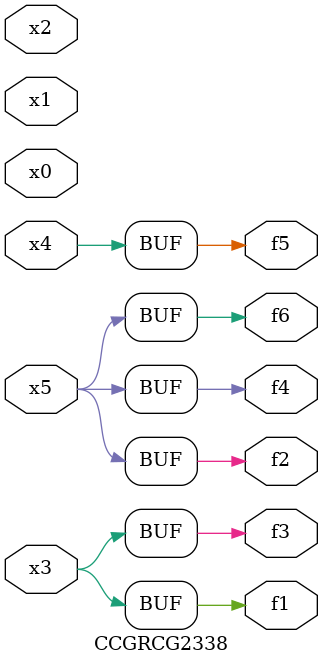
<source format=v>
module CCGRCG2338(
	input x0, x1, x2, x3, x4, x5,
	output f1, f2, f3, f4, f5, f6
);
	assign f1 = x3;
	assign f2 = x5;
	assign f3 = x3;
	assign f4 = x5;
	assign f5 = x4;
	assign f6 = x5;
endmodule

</source>
